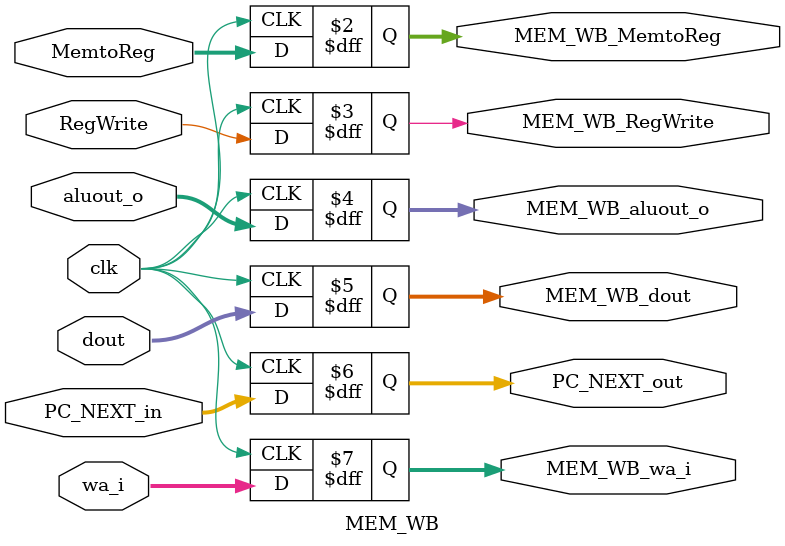
<source format=v>
module MEM_WB(
  input clk, 
  input [1:0]MemtoReg, 
  input [0:0]RegWrite,   
  output reg [1:0]MEM_WB_MemtoReg, 
  output reg [0:0]MEM_WB_RegWrite,
  input [31:0]aluout_o,
  output reg [31:0]MEM_WB_aluout_o,
  input [31:0]dout,
  output reg [31:0]MEM_WB_dout,
  input [31:0]PC_NEXT_in,
  output reg [31:0]PC_NEXT_out,
  input [4:0]wa_i,
  output reg [4:0]MEM_WB_wa_i
);

  always@( posedge clk)
    begin
      MEM_WB_MemtoReg=MemtoReg; 
      MEM_WB_RegWrite=RegWrite; 
      MEM_WB_aluout_o=aluout_o;
      MEM_WB_dout=dout;
      PC_NEXT_out=PC_NEXT_in;
      MEM_WB_wa_i=wa_i;
    end
endmodule
      
  








</source>
